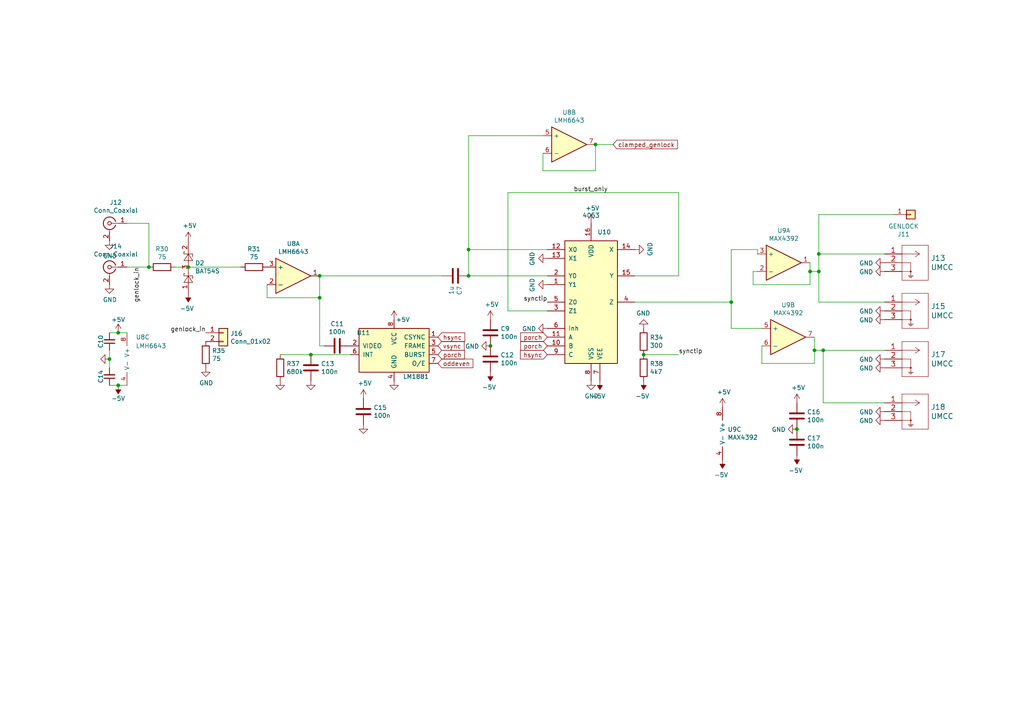
<source format=kicad_sch>
(kicad_sch (version 20211123) (generator eeschema)
  (paper "A4")
  (lib_symbols
    (symbol "4xxx:4053" (pin_names (offset 1.016))
      (property "Reference" "U" (at -7.62 19.05 0))
      (property "Value" "4053" (at -7.62 -19.05 0))
      (symbol "4053_1_0"
        (pin passive line (at -12.7 5.08 0) (length 5.08) (name "Y1") (number "1"))
        (pin input line (at -12.7 -12.7 0) (length 5.08) (name "B") (number "10"))
        (pin input line (at -12.7 -10.16 0) (length 5.08) (name "A") (number "11"))
        (pin passive line (at -12.7 15.24 0) (length 5.08) (name "X0") (number "12"))
        (pin passive line (at -12.7 12.7 0) (length 5.08) (name "X1") (number "13"))
        (pin passive line (at 12.7 15.24 180) (length 5.08) (name "X") (number "14"))
        (pin passive line (at 12.7 7.62 180) (length 5.08) (name "Y") (number "15"))
        (pin power_in line (at 0 22.86 270) (length 5.08) (name "VDD") (number "16"))
        (pin passive line (at -12.7 7.62 0) (length 5.08) (name "Y0") (number "2"))
        (pin passive line (at -12.7 -2.54 0) (length 5.08) (name "Z1") (number "3"))
        (pin passive line (at 12.7 0 180) (length 5.08) (name "Z") (number "4"))
        (pin passive line (at -12.7 0 0) (length 5.08) (name "Z0") (number "5"))
        (pin input line (at -12.7 -7.62 0) (length 5.08) (name "Inh") (number "6"))
        (pin power_in line (at 2.54 -22.86 90) (length 5.08) (name "VEE") (number "7"))
        (pin power_in line (at 0 -22.86 90) (length 5.08) (name "VSS") (number "8"))
        (pin input line (at -12.7 -15.24 0) (length 5.08) (name "C") (number "9"))
      )
      (symbol "4053_1_1"
        (rectangle (start -7.62 17.78) (end 7.62 -17.78) (stroke (width 0.254)) (fill (type background)))
      )
    )
    (symbol "Connector:Conn_Coaxial" (pin_names (offset 1.016) hide)
      (property "Reference" "J" (at 0.254 3.048 0))
      (property "Value" "Conn_Coaxial" (at 2.921 0 90))
      (symbol "Conn_Coaxial_0_1"
        (arc (start -1.778 -0.508) (mid 0.2311 -1.8066) (end 1.778 0) (stroke (width 0.254)))
        (polyline (pts (xy -2.54 0) (xy -0.508 0)))
        (polyline (pts (xy 0 -2.54) (xy 0 -1.778)))
        (circle (center 0 0) (radius 0.508) (stroke (width 0.2032)))
        (arc (start 1.778 0) (mid 0.2099 1.8101) (end -1.778 0.508) (stroke (width 0.254)))
      )
      (symbol "Conn_Coaxial_1_1"
        (pin passive line (at -5.08 0 0) (length 2.54) (name "In") (number "1"))
        (pin passive line (at 0 -5.08 90) (length 2.54) (name "Ext") (number "2"))
      )
    )
    (symbol "Connector_Generic:Conn_01x02" (pin_names (offset 1.016) hide)
      (property "Reference" "J" (at 0 2.54 0))
      (property "Value" "Conn_01x02" (at 0 -5.08 0))
      (symbol "Conn_01x02_1_1"
        (rectangle (start -1.27 -2.413) (end 0 -2.667) (stroke (width 0.1524)))
        (rectangle (start -1.27 0.127) (end 0 -0.127) (stroke (width 0.1524)))
        (rectangle (start -1.27 1.27) (end 1.27 -3.81) (stroke (width 0.254)) (fill (type background)))
        (pin passive line (at -5.08 0 0) (length 3.81) (name "Pin_1") (number "1"))
        (pin passive line (at -5.08 -2.54 0) (length 3.81) (name "Pin_2") (number "2"))
      )
    )
    (symbol "Device:C" (pin_numbers hide) (pin_names (offset 0.254))
      (property "Reference" "C" (at 0.635 2.54 0))
      (property "Value" "C" (at 0.635 -2.54 0))
      (symbol "C_0_1"
        (polyline (pts (xy -2.032 -0.762) (xy 2.032 -0.762)) (stroke (width 0.508)))
        (polyline (pts (xy -2.032 0.762) (xy 2.032 0.762)) (stroke (width 0.508)))
      )
      (symbol "C_1_1"
        (pin passive line (at 0 3.81 270) (length 2.794) (name "~") (number "1"))
        (pin passive line (at 0 -3.81 90) (length 2.794) (name "~") (number "2"))
      )
    )
    (symbol "Device:R" (pin_numbers hide) (pin_names (offset 0))
      (property "Reference" "R" (at 2.032 0 90))
      (property "Value" "R" (at 0 0 90))
      (symbol "R_0_1"
        (rectangle (start -1.016 -2.54) (end 1.016 2.54) (stroke (width 0.254)))
      )
      (symbol "R_1_1"
        (pin passive line (at 0 3.81 270) (length 1.27) (name "~") (number "1"))
        (pin passive line (at 0 -3.81 90) (length 1.27) (name "~") (number "2"))
      )
    )
    (symbol "Video:LM1881" (pin_names (offset 1.016))
      (property "Reference" "U" (at -8.89 8.89 0))
      (property "Value" "LM1881" (at 6.35 8.89 0))
      (symbol "LM1881_0_1"
        (rectangle (start -10.16 7.62) (end 10.16 -5.08) (stroke (width 0.254)) (fill (type background)))
      )
      (symbol "LM1881_1_1"
        (pin output line (at 12.7 5.08 180) (length 2.54) (name "CSYNC") (number "1"))
        (pin input line (at -12.7 2.54 0) (length 2.54) (name "VIDEO") (number "2"))
        (pin output line (at 12.7 2.54 180) (length 2.54) (name "FRAME") (number "3"))
        (pin power_in line (at 0 -7.62 90) (length 2.54) (name "GND") (number "4"))
        (pin output line (at 12.7 0 180) (length 2.54) (name "BURST") (number "5"))
        (pin input line (at -12.7 0 0) (length 2.54) (name "INT") (number "6"))
        (pin output line (at 12.7 -2.54 180) (length 2.54) (name "O/E") (number "7"))
        (pin power_in line (at 0 10.16 270) (length 2.54) (name "VCC") (number "8"))
      )
    )
    (symbol "nime2020-library:+5V" (power) (pin_names (offset 0))
      (property "Value" "+5V" (at 0 3.556 0))
      (symbol "+5V_0_1"
        (polyline (pts (xy -0.762 1.27) (xy 0 2.54)))
        (polyline (pts (xy 0 0) (xy 0 2.54)))
        (polyline (pts (xy 0 2.54) (xy 0.762 1.27)))
      )
      (symbol "+5V_1_1"
        (pin power_in line (at 0 0 90) (length 0) hide (name "+5V") (number "1"))
      )
    )
    (symbol "power:+5V" (power) (pin_names (offset 0))
      (property "Value" "+5V" (at 0 3.556 0))
      (symbol "+5V_0_1"
        (polyline (pts (xy -0.762 1.27) (xy 0 2.54)))
        (polyline (pts (xy 0 0) (xy 0 2.54)))
        (polyline (pts (xy 0 2.54) (xy 0.762 1.27)))
      )
      (symbol "+5V_1_1"
        (pin power_in line (at 0 0 90) (length 0) hide (name "+5V") (number "1"))
      )
    )
    (symbol "power:-5V" (power) (pin_names (offset 0))
      (property "Value" "-5V" (at 0 3.81 0))
      (symbol "-5V_0_0"
        (pin power_in line (at 0 0 90) (length 0) hide (name "-5V") (number "1"))
      )
      (symbol "-5V_0_1"
        (polyline (pts (xy 0 0) (xy 0 1.27) (xy 0.762 1.27) (xy 0 2.54) (xy -0.762 1.27) (xy 0 1.27)) (fill (type outline)))
      )
    )
    (symbol "power:GND" (power) (pin_names (offset 0))
      (property "Value" "GND" (at 0 -3.81 0))
      (symbol "GND_0_1"
        (polyline (pts (xy 0 0) (xy 0 -1.27) (xy 1.27 -1.27) (xy 0 -2.54) (xy -1.27 -1.27) (xy 0 -1.27)))
      )
      (symbol "GND_1_1"
        (pin power_in line (at 0 0 270) (length 0) hide (name "GND") (number "1"))
      )
    )
    (symbol "synkie_symbols:+5V" (power) (pin_names (offset 0))
      (property "Value" "+5V" (at 0 3.556 0))
      (symbol "+5V_0_1"
        (polyline (pts (xy -0.762 1.27) (xy 0 2.54)))
        (polyline (pts (xy 0 0) (xy 0 2.54)))
        (polyline (pts (xy 0 2.54) (xy 0.762 1.27)))
      )
      (symbol "+5V_1_1"
        (pin power_in line (at 0 0 90) (length 0) hide (name "+5V") (number "1"))
      )
    )
    (symbol "synkie_symbols:-5V" (power) (pin_names (offset 0))
      (property "Value" "-5V" (at 0 3.81 0))
      (symbol "-5V_0_0"
        (pin power_in line (at 0 0 90) (length 0) hide (name "-5V") (number "1"))
      )
      (symbol "-5V_0_1"
        (polyline (pts (xy 0 0) (xy 0 1.27) (xy 0.762 1.27) (xy 0 2.54) (xy -0.762 1.27) (xy 0 1.27)) (fill (type outline)))
      )
    )
    (symbol "synkie_symbols:BAT54S" (pin_names (offset 1.016))
      (property "Reference" "D" (at 0.635 -3.81 0))
      (property "Value" "BAT54S" (at -6.35 3.175 0))
      (symbol "BAT54S_0_1"
        (polyline (pts (xy -3.81 0) (xy -1.27 0)))
        (polyline (pts (xy -3.175 -1.27) (xy -3.175 -1.016)))
        (polyline (pts (xy -2.54 -1.27) (xy -3.175 -1.27)))
        (polyline (pts (xy -2.54 -1.27) (xy -2.54 1.27)))
        (polyline (pts (xy -2.54 1.27) (xy -1.905 1.27)))
        (polyline (pts (xy -1.905 0) (xy 1.905 0)))
        (polyline (pts (xy -1.905 1.27) (xy -1.905 1.016)))
        (polyline (pts (xy 1.27 0) (xy 3.81 0)))
        (polyline (pts (xy 3.175 -1.27) (xy 3.175 -1.016)))
        (polyline (pts (xy 3.81 -1.27) (xy 3.175 -1.27)))
        (polyline (pts (xy 3.81 -1.27) (xy 3.81 1.27)))
        (polyline (pts (xy 3.81 1.27) (xy 4.445 1.27)))
        (polyline (pts (xy 4.445 1.27) (xy 4.445 1.016)))
        (polyline (pts (xy -4.445 1.27) (xy -4.445 -1.27) (xy -2.54 0) (xy -4.445 1.27)))
        (polyline (pts (xy 1.905 1.27) (xy 1.905 -1.27) (xy 3.81 0) (xy 1.905 1.27)))
      )
      (symbol "BAT54S_1_1"
        (pin passive line (at -7.62 0 0) (length 3.81) (name "~") (number "1"))
        (pin passive line (at 7.62 0 180) (length 3.81) (name "~") (number "2"))
        (pin passive line (at 0 0 0) (length 0) (name "~") (number "3"))
      )
    )
    (symbol "synkie_symbols:C_Small" (pin_numbers hide) (pin_names (offset 0.254) hide)
      (property "Reference" "C" (at 0.254 1.778 0))
      (property "Value" "C_Small" (at 0.254 -2.032 0))
      (symbol "C_Small_0_1"
        (polyline (pts (xy -1.524 -0.508) (xy 1.524 -0.508)) (stroke (width 0.3302)))
        (polyline (pts (xy -1.524 0.508) (xy 1.524 0.508)) (stroke (width 0.3048)))
      )
      (symbol "C_Small_1_1"
        (pin passive line (at 0 2.54 270) (length 2.032) (name "~") (number "1"))
        (pin passive line (at 0 -2.54 90) (length 2.032) (name "~") (number "2"))
      )
    )
    (symbol "synkie_symbols:Conn_01x01" (pin_names (offset 1.016) hide)
      (property "Reference" "J" (at 0 2.54 0))
      (property "Value" "Conn_01x01" (at 0 -2.54 0))
      (symbol "Conn_01x01_1_1"
        (rectangle (start -1.27 0.127) (end 0 -0.127) (stroke (width 0.1524)))
        (rectangle (start -1.27 1.27) (end 1.27 -1.27) (stroke (width 0.254)) (fill (type background)))
        (pin passive line (at -5.08 0 0) (length 3.81) (name "Pin_1") (number "1"))
      )
    )
    (symbol "synkie_symbols:GND" (power) (pin_names (offset 0))
      (property "Value" "GND" (at 0 -3.81 0))
      (symbol "GND_0_1"
        (polyline (pts (xy 0 0) (xy 0 -1.27) (xy 1.27 -1.27) (xy 0 -2.54) (xy -1.27 -1.27) (xy 0 -1.27)))
      )
      (symbol "GND_1_1"
        (pin power_in line (at 0 0 270) (length 0) hide (name "GND") (number "1"))
      )
    )
    (symbol "synkie_symbols:MAX4392"
      (property "Reference" "U" (at 0 5.08 0))
      (property "Value" "MAX4392" (at 0 -5.08 0))
      (symbol "MAX4392_1_1"
        (polyline (pts (xy -5.08 5.08) (xy 5.08 0) (xy -5.08 -5.08) (xy -5.08 5.08)) (stroke (width 0.254)) (fill (type background)))
        (pin output line (at 7.62 0 180) (length 2.54) (name "~") (number "1"))
        (pin input line (at -7.62 -2.54 0) (length 2.54) (name "-") (number "2"))
        (pin input line (at -7.62 2.54 0) (length 2.54) (name "+") (number "3"))
      )
      (symbol "MAX4392_2_1"
        (polyline (pts (xy -5.08 5.08) (xy 5.08 0) (xy -5.08 -5.08) (xy -5.08 5.08)) (stroke (width 0.254)) (fill (type background)))
        (pin input line (at -7.62 2.54 0) (length 2.54) (name "+") (number "5"))
        (pin input line (at -7.62 -2.54 0) (length 2.54) (name "-") (number "6"))
        (pin output line (at 7.62 0 180) (length 2.54) (name "~") (number "7"))
      )
      (symbol "MAX4392_3_1"
        (pin power_in line (at -2.54 -7.62 90) (length 3.81) (name "V-") (number "4"))
        (pin power_in line (at -2.54 7.62 270) (length 3.81) (name "V+") (number "8"))
      )
    )
    (symbol "synkie_symbols:Opamp_Dual_Generic"
      (property "Reference" "U" (at 0 5.08 0))
      (property "Value" "Opamp_Dual_Generic" (at 0 -5.08 0))
      (symbol "Opamp_Dual_Generic_1_1"
        (polyline (pts (xy -5.08 5.08) (xy 5.08 0) (xy -5.08 -5.08) (xy -5.08 5.08)) (stroke (width 0.254)) (fill (type background)))
        (pin output line (at 7.62 0 180) (length 2.54) (name "~") (number "1"))
        (pin input line (at -7.62 -2.54 0) (length 2.54) (name "-") (number "2"))
        (pin input line (at -7.62 2.54 0) (length 2.54) (name "+") (number "3"))
      )
      (symbol "Opamp_Dual_Generic_2_1"
        (polyline (pts (xy -5.08 5.08) (xy 5.08 0) (xy -5.08 -5.08) (xy -5.08 5.08)) (stroke (width 0.254)) (fill (type background)))
        (pin input line (at -7.62 2.54 0) (length 2.54) (name "+") (number "5"))
        (pin input line (at -7.62 -2.54 0) (length 2.54) (name "-") (number "6"))
        (pin output line (at 7.62 0 180) (length 2.54) (name "~") (number "7"))
      )
      (symbol "Opamp_Dual_Generic_3_1"
        (pin power_in line (at -2.54 -7.62 90) (length 3.81) (name "V-") (number "4"))
        (pin power_in line (at -2.54 7.62 270) (length 3.81) (name "V+") (number "8"))
      )
    )
    (symbol "synkie_symbols:UMCC" (pin_names (offset 0.254) hide)
      (property "Reference" "J" (at 8.89 6.35 0))
      (property "Value" "UMCC" (at 8.382 -8.8392 0))
      (symbol "UMCC_1_1"
        (polyline (pts (xy 5.08 -7.62) (xy 12.7 -7.62)) (stroke (width 0.127)))
        (polyline (pts (xy 5.08 2.54) (xy 5.08 -7.62)) (stroke (width 0.127)))
        (polyline (pts (xy 7.112 -6.604) (xy 8.128 -6.604)) (stroke (width 0.127)))
        (polyline (pts (xy 7.366 -6.858) (xy 7.874 -6.858)) (stroke (width 0.127)))
        (polyline (pts (xy 7.62 -5.08) (xy 5.08 -5.08)) (stroke (width 0.127)))
        (polyline (pts (xy 7.62 -2.54) (xy 5.08 -2.54)) (stroke (width 0.127)))
        (polyline (pts (xy 7.62 -2.54) (xy 7.62 -6.35)) (stroke (width 0.127)))
        (polyline (pts (xy 8.382 -6.35) (xy 6.858 -6.35)) (stroke (width 0.127)))
        (polyline (pts (xy 10.16 0) (xy 5.08 0)) (stroke (width 0.127)))
        (polyline (pts (xy 10.16 0) (xy 8.89 -0.8382)) (stroke (width 0.127)))
        (polyline (pts (xy 10.16 0) (xy 8.89 0.8382)) (stroke (width 0.127)))
        (polyline (pts (xy 12.7 -7.62) (xy 12.7 2.54)) (stroke (width 0.127)))
        (polyline (pts (xy 12.7 2.54) (xy 5.08 2.54)) (stroke (width 0.127)))
        (arc (start 7.62 -5.207) (mid 7.62 -4.953) (end 7.62 -5.207) (stroke (width 0.254)))
        (circle (center 7.62 -5.08) (radius 0.127) (stroke (width 0.254)))
        (pin unspecified line (at 0 0 0) (length 5.08) (name "1") (number "1"))
        (pin unspecified line (at 0 -2.54 0) (length 5.08) (name "2") (number "2"))
        (pin unspecified line (at 0 -5.08 0) (length 5.08) (name "3") (number "3"))
      )
    )
  )
  (junction (at 237.49 78.74))
  (junction (at 34.29 96.52))
  (junction (at 186.69 102.87))
  (junction (at 237.49 73.66))
  (junction (at 135.89 80.01))
  (junction (at 142.24 100.33))
  (junction (at 234.95 78.74))
  (junction (at 135.89 72.39))
  (junction (at 238.76 101.6))
  (junction (at 236.22 101.6))
  (junction (at 31.75 104.14))
  (junction (at 92.71 86.36))
  (junction (at 212.09 87.63))
  (junction (at 43.18 77.47))
  (junction (at 92.71 80.01))
  (junction (at 172.72 41.91))
  (junction (at 231.14 124.46))
  (junction (at 54.61 77.47))
  (junction (at 34.29 111.76))
  (junction (at 90.17 102.87))
  (wire (pts (xy 93.98 100.33) (xy 92.71 100.33)))
  (wire (pts (xy 220.98 105.41) (xy 236.22 105.41)))
  (wire (pts (xy 31.75 106.68) (xy 31.75 104.14)))
  (wire (pts (xy 172.72 41.91) (xy 172.72 49.53)))
  (wire (pts (xy 54.61 77.47) (xy 69.85 77.47)))
  (wire (pts (xy 43.18 77.47) (xy 43.18 64.77)))
  (wire (pts (xy 31.75 111.76) (xy 34.29 111.76)))
  (wire (pts (xy 172.72 41.91) (xy 177.8 41.91)))
  (wire (pts (xy 50.8 77.47) (xy 54.61 77.47)))
  (wire (pts (xy 135.89 72.39) (xy 135.89 39.37)))
  (wire (pts (xy 135.89 72.39) (xy 135.89 80.01)))
  (wire (pts (xy 184.15 80.01) (xy 196.85 80.01)))
  (wire (pts (xy 147.32 55.88) (xy 147.32 90.17)))
  (wire (pts (xy 31.75 104.14) (xy 31.75 101.6)))
  (wire (pts (xy 218.44 78.74) (xy 219.71 78.74)))
  (wire (pts (xy 234.95 78.74) (xy 234.95 82.55)))
  (wire (pts (xy 238.76 101.6) (xy 236.22 101.6)))
  (wire (pts (xy 92.71 86.36) (xy 92.71 100.33)))
  (wire (pts (xy 196.85 80.01) (xy 196.85 55.88)))
  (wire (pts (xy 212.09 87.63) (xy 212.09 72.39)))
  (wire (pts (xy 92.71 80.01) (xy 92.71 86.36)))
  (wire (pts (xy 237.49 73.66) (xy 237.49 78.74)))
  (wire (pts (xy 236.22 101.6) (xy 236.22 97.79)))
  (wire (pts (xy 236.22 105.41) (xy 236.22 101.6)))
  (wire (pts (xy 157.48 49.53) (xy 157.48 44.45)))
  (wire (pts (xy 34.29 111.76) (xy 36.83 111.76)))
  (wire (pts (xy 218.44 82.55) (xy 234.95 82.55)))
  (wire (pts (xy 237.49 62.23) (xy 237.49 73.66)))
  (wire (pts (xy 220.98 100.33) (xy 220.98 105.41)))
  (wire (pts (xy 158.75 72.39) (xy 135.89 72.39)))
  (wire (pts (xy 196.85 102.87) (xy 186.69 102.87)))
  (wire (pts (xy 135.89 39.37) (xy 157.48 39.37)))
  (wire (pts (xy 43.18 64.77) (xy 36.83 64.77)))
  (wire (pts (xy 212.09 72.39) (xy 219.71 72.39)))
  (wire (pts (xy 212.09 95.25) (xy 212.09 87.63)))
  (wire (pts (xy 219.71 72.39) (xy 219.71 73.66)))
  (wire (pts (xy 147.32 90.17) (xy 158.75 90.17)))
  (wire (pts (xy 34.29 96.52) (xy 36.83 96.52)))
  (wire (pts (xy 220.98 95.25) (xy 212.09 95.25)))
  (wire (pts (xy 196.85 55.88) (xy 147.32 55.88)))
  (wire (pts (xy 36.83 77.47) (xy 43.18 77.47)))
  (wire (pts (xy 237.49 78.74) (xy 234.95 78.74)))
  (wire (pts (xy 237.49 87.63) (xy 237.49 78.74)))
  (wire (pts (xy 259.08 62.23) (xy 237.49 62.23)))
  (wire (pts (xy 256.54 116.84) (xy 238.76 116.84)))
  (wire (pts (xy 256.54 101.6) (xy 238.76 101.6)))
  (wire (pts (xy 238.76 116.84) (xy 238.76 101.6)))
  (wire (pts (xy 31.75 96.52) (xy 34.29 96.52)))
  (wire (pts (xy 218.44 82.55) (xy 218.44 78.74)))
  (wire (pts (xy 184.15 87.63) (xy 212.09 87.63)))
  (wire (pts (xy 77.47 82.55) (xy 77.47 86.36)))
  (wire (pts (xy 128.27 80.01) (xy 92.71 80.01)))
  (wire (pts (xy 234.95 76.2) (xy 234.95 78.74)))
  (wire (pts (xy 256.54 87.63) (xy 237.49 87.63)))
  (wire (pts (xy 90.17 102.87) (xy 101.6 102.87)))
  (wire (pts (xy 172.72 49.53) (xy 157.48 49.53)))
  (wire (pts (xy 77.47 86.36) (xy 92.71 86.36)))
  (wire (pts (xy 90.17 102.87) (xy 81.28 102.87)))
  (wire (pts (xy 256.54 73.66) (xy 237.49 73.66)))
  (wire (pts (xy 135.89 80.01) (xy 158.75 80.01)))
  (label "genlock_in" (at 40.64 77.47 270))
  (label "burst_only" (at 166.37 55.88 0))
  (label "synctip" (at 158.75 87.63 180))
  (label "synctip" (at 196.85 102.87 0))
  (label "genlock_in" (at 59.69 96.52 180))
  (global_label "clamped_genlock" (shape input) (at 177.8 41.91 0) (property "Intersheet References" "${INTERSHEET_REFS}" (effects hide)))
  (global_label "porch" (shape input) (at 127 102.87 0) (property "Intersheet References" "${INTERSHEET_REFS}" (effects hide)))
  (global_label "hsync" (shape input) (at 127 97.79 0) (property "Intersheet References" "${INTERSHEET_REFS}" (effects hide)))
  (global_label "oddeven" (shape input) (at 127 105.41 0) (property "Intersheet References" "${INTERSHEET_REFS}" (effects hide)))
  (global_label "vsync" (shape input) (at 127 100.33 0) (property "Intersheet References" "${INTERSHEET_REFS}" (effects hide)))
  (global_label "porch" (shape input) (at 158.75 100.33 180) (property "Intersheet References" "${INTERSHEET_REFS}" (effects hide)))
  (global_label "hsync" (shape input) (at 158.75 102.87 180) (property "Intersheet References" "${INTERSHEET_REFS}" (effects hide)))
  (global_label "porch" (shape input) (at 158.75 97.79 180) (property "Intersheet References" "${INTERSHEET_REFS}" (effects hide)))
  (symbol (lib_id "Connector:Conn_Coaxial") (at 31.75 64.77 0) (mirror y) (unit 1)
    (property "Reference" "J12" (at 33.5788 58.7248 0))
    (property "Value" "Conn_Coaxial" (at 33.5788 61.0362 0))
    (property "Footprint" "synkie_footprints:BNC_MOLEX_0731000080_Horizontal" (effects hide))
    (property "Datasheet" " ~" (effects hide))
  )
  (symbol (lib_id "Connector:Conn_Coaxial") (at 31.75 77.47 0) (mirror y) (unit 1)
    (property "Reference" "J14" (at 33.5788 71.4248 0))
    (property "Value" "Conn_Coaxial" (at 33.5788 73.7362 0))
    (property "Footprint" "synkie_footprints:BNC_MOLEX_0731000080_Horizontal" (effects hide))
    (property "Datasheet" " ~" (effects hide))
  )
  (symbol (lib_id "synkie_symbols:Opamp_Dual_Generic") (at 39.37 104.14 0) (unit 3)
    (property "Reference" "U8" (at 39.37 97.79 0) (effects (justify left)))
    (property "Value" "LMH6643" (at 39.37 100.33 0) (effects (justify left)))
    (property "Footprint" "synkie_footprints:SOIC-8_3.9x4.9mm_P1.27mm" (effects hide))
  )
  (symbol (lib_id "synkie_symbols:GND") (at 31.75 104.14 270) (unit 1)
    (property "Reference" "#PWR074" (effects hide))
    (property "Value" "GND" (effects hide))
  )
  (symbol (lib_id "synkie_symbols:+5V") (at 34.29 96.52 0) (unit 1)
    (property "Reference" "#PWR072" (effects hide))
    (property "Value" "+5V" (at 34.29 92.71 0))
  )
  (symbol (lib_id "synkie_symbols:-5V") (at 34.29 111.76 180) (unit 1)
    (property "Reference" "#PWR085" (effects hide))
    (property "Value" "-5V" (at 34.29 115.57 0))
  )
  (symbol (lib_id "synkie_symbols:C_Small") (at 31.75 109.22 180) (unit 1)
    (property "Reference" "C14" (at 29.21 109.22 90))
    (property "Value" "100n" (effects hide))
    (property "Footprint" "synkie_footprints:C_0603_1608Metric_Pad1.05x0.95mm_HandSolder" (effects hide))
  )
  (symbol (lib_id "synkie_symbols:C_Small") (at 31.75 99.06 180) (unit 1)
    (property "Reference" "C10" (at 29.21 99.06 90))
    (property "Value" "100n" (effects hide))
    (property "Footprint" "synkie_footprints:C_0603_1608Metric_Pad1.05x0.95mm_HandSolder" (effects hide))
  )
  (symbol (lib_id "power:GND") (at 31.75 69.85 0) (unit 1)
    (property "Reference" "#PWR056" (effects hide))
    (property "Value" "GND" (at 31.877 74.2442 0))
  )
  (symbol (lib_id "power:GND") (at 105.41 123.19 0) (unit 1)
    (property "Reference" "#PWR092" (effects hide))
    (property "Value" "GND" (effects hide))
  )
  (symbol (lib_id "Device:C") (at 105.41 119.38 0) (unit 1)
    (property "Reference" "C15" (at 108.331 118.2116 0) (effects (justify left)))
    (property "Value" "100n" (at 108.331 120.523 0) (effects (justify left)))
    (property "Footprint" "synkie_footprints:C_0603_1608Metric_Pad1.05x0.95mm_HandSolder" (effects hide))
  )
  (symbol (lib_id "power:+5V") (at 105.41 115.57 0) (unit 1)
    (property "Reference" "#PWR087" (effects hide))
    (property "Value" "+5V" (at 105.791 111.1758 0))
  )
  (symbol (lib_id "power:+5V") (at 114.3 92.71 0) (unit 1)
    (property "Reference" "#PWR067" (effects hide))
    (property "Value" "+5V" (at 116.84 92.71 0))
  )
  (symbol (lib_id "power:GND") (at 81.28 110.49 0) (unit 1)
    (property "Reference" "#PWR079" (effects hide))
    (property "Value" "GND" (effects hide))
  )
  (symbol (lib_id "power:GND") (at 90.17 110.49 0) (unit 1)
    (property "Reference" "#PWR080" (effects hide))
    (property "Value" "GND" (effects hide))
  )
  (symbol (lib_id "Device:C") (at 90.17 106.68 0) (unit 1)
    (property "Reference" "C13" (at 93.091 105.5116 0) (effects (justify left)))
    (property "Value" "100n" (at 93.091 107.823 0) (effects (justify left)))
    (property "Footprint" "synkie_footprints:C_0603_1608Metric_Pad1.05x0.95mm_HandSolder" (effects hide))
  )
  (symbol (lib_id "Device:R") (at 81.28 106.68 0) (unit 1)
    (property "Reference" "R37" (at 83.058 105.5116 0) (effects (justify left)))
    (property "Value" "680k" (at 83.058 107.823 0) (effects (justify left)))
    (property "Footprint" "synkie_footprints:R_0805_2012Metric_Pad1.15x1.40mm_HandSolder" (effects hide))
  )
  (symbol (lib_id "power:GND") (at 114.3 110.49 0) (unit 1)
    (property "Reference" "#PWR081" (effects hide))
    (property "Value" "GND" (effects hide))
  )
  (symbol (lib_id "Device:C") (at 97.79 100.33 270) (unit 1)
    (property "Reference" "C11" (at 97.79 93.9292 90))
    (property "Value" "100n" (at 97.79 96.2406 90))
    (property "Footprint" "synkie_footprints:C_0603_1608Metric_Pad1.05x0.95mm_HandSolder" (effects hide))
  )
  (symbol (lib_id "Video:LM1881") (at 114.3 102.87 0) (unit 1)
    (property "Reference" "U11" (at 105.41 96.52 0))
    (property "Value" "LM1881" (at 120.65 109.22 0))
    (property "Footprint" "synkie_footprints:SOIC-8_3.9x4.9mm_P1.27mm" (effects hide))
  )
  (symbol (lib_id "synkie_symbols:Opamp_Dual_Generic") (at 85.09 80.01 0) (unit 1)
    (property "Reference" "U8" (at 85.09 70.6882 0))
    (property "Value" "LMH6643" (at 85.09 72.9996 0))
    (property "Footprint" "synkie_footprints:SOIC-8_3.9x4.9mm_P1.27mm" (effects hide))
  )
  (symbol (lib_id "Device:R") (at 73.66 77.47 90) (unit 1)
    (property "Reference" "R31" (at 73.66 72.2122 90))
    (property "Value" "75" (at 73.66 74.5236 90))
    (property "Footprint" "synkie_footprints:R_0805_2012Metric_Pad1.15x1.40mm_HandSolder" (effects hide))
  )
  (symbol (lib_id "power:-5V") (at 54.61 85.09 180) (unit 1)
    (property "Reference" "#PWR064" (effects hide))
    (property "Value" "-5V" (at 54.229 89.4842 0))
  )
  (symbol (lib_id "power:+5V") (at 54.61 69.85 0) (unit 1)
    (property "Reference" "#PWR057" (effects hide))
    (property "Value" "+5V" (at 54.991 65.4558 0))
  )
  (symbol (lib_id "synkie_symbols:BAT54S") (at 54.61 77.47 90) (unit 1)
    (property "Reference" "D2" (at 56.5912 76.3016 90) (effects (justify right)))
    (property "Value" "BAT54S" (at 56.5912 78.613 90) (effects (justify right)))
    (property "Footprint" "Package_TO_SOT_SMD:SOT-23" (effects hide))
    (property "Datasheet" "https://www.diodes.com/assets/Datasheets/ds11005.pdf" (effects hide))
  )
  (symbol (lib_id "Device:R") (at 46.99 77.47 90) (unit 1)
    (property "Reference" "R30" (at 46.99 72.2122 90))
    (property "Value" "75" (at 46.99 74.5236 90))
    (property "Footprint" "synkie_footprints:R_0805_2012Metric_Pad1.15x1.40mm_HandSolder" (effects hide))
  )
  (symbol (lib_id "power:GND") (at 31.75 82.55 0) (unit 1)
    (property "Reference" "#PWR062" (effects hide))
    (property "Value" "GND" (at 31.877 86.9442 0))
  )
  (symbol (lib_id "synkie_symbols:Conn_01x01") (at 264.16 62.23 0) (unit 1)
    (property "Reference" "J11" (at 262.0772 67.945 0))
    (property "Value" "GENLOCK" (at 262.0772 65.6336 0))
    (property "Footprint" "synkie_footprints:Solderpad_1mm" (effects hide))
  )
  (symbol (lib_id "4xxx:4053") (at 171.45 87.63 0) (unit 1)
    (property "Reference" "U10" (at 175.26 67.31 0))
    (property "Value" "4053" (at 171.45 62.484 0))
    (property "Footprint" "synkie_footprints:SOIC-16_3.9x9.9mm_P1.27mm" (effects hide))
    (property "Datasheet" "http://www.intersil.com/content/dam/Intersil/documents/cd40/cd4051bms-52bms-53bms.pdf" (effects hide))
  )
  (symbol (lib_id "power:-5V") (at 173.99 110.49 180) (unit 1)
    (property "Reference" "#PWR083" (effects hide))
    (property "Value" "-5V" (at 173.609 114.8842 0))
  )
  (symbol (lib_id "power:GND") (at 171.45 110.49 0) (unit 1)
    (property "Reference" "#PWR082" (effects hide))
    (property "Value" "GND" (at 171.577 114.8842 0))
  )
  (symbol (lib_id "nime2020-library:+5V") (at 171.45 64.77 0) (unit 1)
    (property "Reference" "#PWR055" (effects hide))
    (property "Value" "+5V" (at 171.831 60.3758 0))
  )
  (symbol (lib_id "nime2020-library:+5V") (at 142.24 92.71 0) (unit 1)
    (property "Reference" "#PWR068" (effects hide))
    (property "Value" "+5V" (at 142.621 88.3158 0))
  )
  (symbol (lib_id "Device:C") (at 142.24 96.52 0) (unit 1)
    (property "Reference" "C9" (at 145.161 95.3516 0) (effects (justify left)))
    (property "Value" "100n" (at 145.161 97.663 0) (effects (justify left)))
    (property "Footprint" "synkie_footprints:C_0603_1608Metric_Pad1.05x0.95mm_HandSolder" (effects hide))
  )
  (symbol (lib_id "power:GND") (at 142.24 100.33 270) (unit 1)
    (property "Reference" "#PWR073" (effects hide))
    (property "Value" "GND" (at 138.9888 100.457 90) (effects (justify right)))
  )
  (symbol (lib_id "Device:C") (at 142.24 104.14 0) (unit 1)
    (property "Reference" "C12" (at 145.161 102.9716 0) (effects (justify left)))
    (property "Value" "100n" (at 145.161 105.283 0) (effects (justify left)))
    (property "Footprint" "synkie_footprints:C_0603_1608Metric_Pad1.05x0.95mm_HandSolder" (effects hide))
  )
  (symbol (lib_id "power:-5V") (at 142.24 107.95 180) (unit 1)
    (property "Reference" "#PWR078" (effects hide))
    (property "Value" "-5V" (at 141.859 112.3442 0))
  )
  (symbol (lib_id "Device:R") (at 186.69 106.68 180) (unit 1)
    (property "Reference" "R38" (at 188.468 105.5116 0) (effects (justify right)))
    (property "Value" "4k7" (at 188.468 107.823 0) (effects (justify right)))
    (property "Footprint" "synkie_footprints:R_1206_3216Metric_Pad1.42x1.75mm_HandSolder" (effects hide))
  )
  (symbol (lib_id "Device:R") (at 186.69 99.06 180) (unit 1)
    (property "Reference" "R34" (at 188.468 97.8916 0) (effects (justify right)))
    (property "Value" "300" (at 188.468 100.203 0) (effects (justify right)))
    (property "Footprint" "synkie_footprints:R_1206_3216Metric_Pad1.42x1.75mm_HandSolder" (effects hide))
  )
  (symbol (lib_id "power:GND") (at 186.69 95.25 180) (unit 1)
    (property "Reference" "#PWR071" (effects hide))
    (property "Value" "GND" (at 186.563 90.8558 0))
  )
  (symbol (lib_id "power:-5V") (at 186.69 110.49 180) (unit 1)
    (property "Reference" "#PWR084" (effects hide))
    (property "Value" "-5V" (at 186.309 114.8842 0))
  )
  (symbol (lib_id "synkie_symbols:MAX4392") (at 227.33 76.2 0) (unit 1)
    (property "Reference" "U9" (at 227.33 66.8782 0))
    (property "Value" "MAX4392" (at 227.33 69.1896 0))
    (property "Footprint" "synkie_footprints:SOIC-8_3.9x4.9mm_P1.27mm" (effects hide))
  )
  (symbol (lib_id "power:GND") (at 158.75 95.25 270) (unit 1)
    (property "Reference" "#PWR070" (effects hide))
    (property "Value" "GND" (at 155.4988 95.377 90) (effects (justify right)))
  )
  (symbol (lib_id "synkie_symbols:UMCC") (at 256.54 73.66 0) (unit 1)
    (property "Reference" "J13" (at 269.9512 74.8538 0) (effects (font (size 1.524 1.524)) (justify left)))
    (property "Value" "UMCC" (at 269.9512 77.5462 0) (effects (font (size 1.524 1.524)) (justify left)))
    (property "Footprint" "synkie_footprints:TE_UMCC_2337019-1" (effects hide))
  )
  (symbol (lib_id "synkie_symbols:UMCC") (at 256.54 87.63 0) (unit 1)
    (property "Reference" "J15" (at 269.9512 88.8238 0) (effects (font (size 1.524 1.524)) (justify left)))
    (property "Value" "UMCC" (at 269.9512 91.5162 0) (effects (font (size 1.524 1.524)) (justify left)))
    (property "Footprint" "synkie_footprints:TE_UMCC_2337019-1" (effects hide))
  )
  (symbol (lib_id "synkie_symbols:UMCC") (at 256.54 101.6 0) (unit 1)
    (property "Reference" "J17" (at 269.9512 102.7938 0) (effects (font (size 1.524 1.524)) (justify left)))
    (property "Value" "UMCC" (at 269.9512 105.4862 0) (effects (font (size 1.524 1.524)) (justify left)))
    (property "Footprint" "synkie_footprints:TE_UMCC_2337019-1" (effects hide))
  )
  (symbol (lib_id "synkie_symbols:UMCC") (at 256.54 116.84 0) (unit 1)
    (property "Reference" "J18" (at 269.9512 118.0338 0) (effects (font (size 1.524 1.524)) (justify left)))
    (property "Value" "UMCC" (at 269.9512 120.7262 0) (effects (font (size 1.524 1.524)) (justify left)))
    (property "Footprint" "synkie_footprints:TE_UMCC_2337019-1" (effects hide))
  )
  (symbol (lib_id "power:GND") (at 256.54 121.92 270) (unit 1)
    (property "Reference" "#PWR091" (effects hide))
    (property "Value" "GND" (at 253.2888 122.047 90) (effects (justify right)))
  )
  (symbol (lib_id "power:GND") (at 256.54 119.38 270) (unit 1)
    (property "Reference" "#PWR090" (effects hide))
    (property "Value" "GND" (at 253.2888 119.507 90) (effects (justify right)))
  )
  (symbol (lib_id "power:GND") (at 256.54 106.68 270) (unit 1)
    (property "Reference" "#PWR077" (effects hide))
    (property "Value" "GND" (at 253.2888 106.807 90) (effects (justify right)))
  )
  (symbol (lib_id "power:GND") (at 256.54 104.14 270) (unit 1)
    (property "Reference" "#PWR075" (effects hide))
    (property "Value" "GND" (at 253.2888 104.267 90) (effects (justify right)))
  )
  (symbol (lib_id "power:GND") (at 256.54 92.71 270) (unit 1)
    (property "Reference" "#PWR069" (effects hide))
    (property "Value" "GND" (at 253.2888 92.837 90) (effects (justify right)))
  )
  (symbol (lib_id "power:GND") (at 256.54 90.17 270) (unit 1)
    (property "Reference" "#PWR066" (effects hide))
    (property "Value" "GND" (at 253.2888 90.297 90) (effects (justify right)))
  )
  (symbol (lib_id "power:GND") (at 256.54 78.74 270) (unit 1)
    (property "Reference" "#PWR061" (effects hide))
    (property "Value" "GND" (at 253.2888 78.867 90) (effects (justify right)))
  )
  (symbol (lib_id "power:GND") (at 256.54 76.2 270) (unit 1)
    (property "Reference" "#PWR060" (effects hide))
    (property "Value" "GND" (at 253.2888 76.327 90) (effects (justify right)))
  )
  (symbol (lib_id "synkie_symbols:MAX4392") (at 228.6 97.79 0) (unit 2)
    (property "Reference" "U9" (at 228.6 88.4682 0))
    (property "Value" "MAX4392" (at 228.6 90.7796 0))
    (property "Footprint" "synkie_footprints:SOIC-8_3.9x4.9mm_P1.27mm" (effects hide))
  )
  (symbol (lib_id "synkie_symbols:MAX4392") (at 212.09 125.73 0) (unit 3)
    (property "Reference" "U9" (at 211.0232 124.5616 0) (effects (justify left)))
    (property "Value" "MAX4392" (at 211.0232 126.873 0) (effects (justify left)))
    (property "Footprint" "synkie_footprints:SOIC-8_3.9x4.9mm_P1.27mm" (effects hide))
  )
  (symbol (lib_id "power:-5V") (at 209.55 133.35 180) (unit 1)
    (property "Reference" "#PWR095" (effects hide))
    (property "Value" "-5V" (at 209.169 137.7442 0))
  )
  (symbol (lib_id "nime2020-library:+5V") (at 209.55 118.11 0) (unit 1)
    (property "Reference" "#PWR089" (effects hide))
    (property "Value" "+5V" (at 209.931 113.7158 0))
  )
  (symbol (lib_id "nime2020-library:+5V") (at 231.14 116.84 0) (unit 1)
    (property "Reference" "#PWR088" (effects hide))
    (property "Value" "+5V" (at 231.521 112.4458 0))
  )
  (symbol (lib_id "Device:C") (at 231.14 120.65 0) (unit 1)
    (property "Reference" "C16" (at 234.061 119.4816 0) (effects (justify left)))
    (property "Value" "100n" (at 234.061 121.793 0) (effects (justify left)))
    (property "Footprint" "synkie_footprints:C_0603_1608Metric_Pad1.05x0.95mm_HandSolder" (effects hide))
  )
  (symbol (lib_id "Device:C") (at 231.14 128.27 0) (unit 1)
    (property "Reference" "C17" (at 234.061 127.1016 0) (effects (justify left)))
    (property "Value" "100n" (at 234.061 129.413 0) (effects (justify left)))
    (property "Footprint" "synkie_footprints:C_0603_1608Metric_Pad1.05x0.95mm_HandSolder" (effects hide))
  )
  (symbol (lib_id "power:-5V") (at 231.14 132.08 180) (unit 1)
    (property "Reference" "#PWR094" (effects hide))
    (property "Value" "-5V" (at 230.759 136.4742 0))
  )
  (symbol (lib_id "power:GND") (at 231.14 124.46 270) (unit 1)
    (property "Reference" "#PWR093" (effects hide))
    (property "Value" "GND" (at 227.8888 124.587 90) (effects (justify right)))
  )
  (symbol (lib_id "power:GND") (at 184.15 72.39 90) (unit 1)
    (property "Reference" "#PWR058" (effects hide))
    (property "Value" "GND" (at 188.5442 72.263 0))
  )
  (symbol (lib_id "power:GND") (at 158.75 74.93 270) (unit 1)
    (property "Reference" "#PWR059" (effects hide))
    (property "Value" "GND" (at 154.3558 75.057 0))
  )
  (symbol (lib_id "power:GND") (at 158.75 82.55 270) (unit 1)
    (property "Reference" "#PWR063" (effects hide))
    (property "Value" "GND" (at 154.3558 82.677 0))
  )
  (symbol (lib_id "Connector_Generic:Conn_01x02") (at 64.77 96.52 0) (unit 1)
    (property "Reference" "J16" (at 66.802 96.7232 0) (effects (justify left)))
    (property "Value" "Conn_01x02" (at 66.802 99.0346 0) (effects (justify left)))
    (property "Footprint" "synkie_footprints:PinHeader_1x02_P2.54mm_Vertical" (effects hide))
  )
  (symbol (lib_id "Device:R") (at 59.69 102.87 0) (unit 1)
    (property "Reference" "R35" (at 61.468 101.7016 0) (effects (justify left)))
    (property "Value" "75" (at 61.468 104.013 0) (effects (justify left)))
    (property "Footprint" "synkie_footprints:R_0805_2012Metric_Pad1.15x1.40mm_HandSolder" (effects hide))
  )
  (symbol (lib_id "power:GND") (at 59.69 106.68 0) (unit 1)
    (property "Reference" "#PWR076" (effects hide))
    (property "Value" "GND" (at 59.817 111.0742 0))
  )
  (symbol (lib_id "synkie_symbols:Opamp_Dual_Generic") (at 165.1 41.91 0) (unit 2)
    (property "Reference" "U8" (at 165.1 32.5882 0))
    (property "Value" "LMH6643" (at 165.1 34.8996 0))
    (property "Footprint" "synkie_footprints:SOIC-8_3.9x4.9mm_P1.27mm" (effects hide))
  )
  (symbol (lib_id "Device:C") (at 132.08 80.01 270) (unit 1)
    (property "Reference" "C7" (at 133.2484 82.931 0) (effects (justify left)))
    (property "Value" "1u" (at 130.937 82.931 0) (effects (justify left)))
    (property "Footprint" "synkie_footprints:C_1206_3216Metric_Pad1.42x1.75mm_HandSolder" (effects hide))
  )
)
</source>
